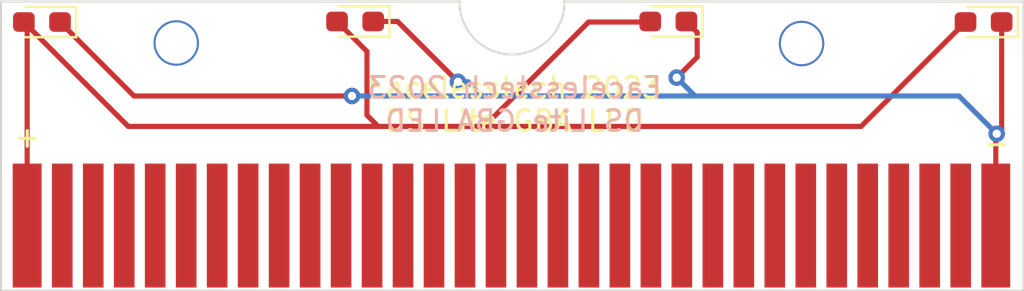
<source format=kicad_pcb>
(kicad_pcb (version 20221018) (generator pcbnew)
  (layers (0 "F.Cu" signal) (31 "B.Cu" signal) (34 "B.Paste" user) (35 "F.Paste" user) (36 "B.SilkS" user "B.Silkscreen") (37 "F.SilkS" user "F.Silkscreen") (38 "B.Mask" user) (39 "F.Mask" user) (44 "Edge.Cuts" user))
  (net 0 "")
  (net 1 "Net-(D1-K)")
  (net 2 "Net-(D1-A)")
  (footprint "LED_SMD:LED_0603_1608Metric_Pad1.05x0.95mm_HandSolder" (layer "F.Cu") (at 105.5878 81.6864 180)
    (fp_text reference "D1" hide)
    (fp_text value "LED" hide)
    (fp_line (start -1.66 -0.735) (end -1.66 0.735) (stroke (width 0.12)) (layer "F.SilkS"))
    (fp_line (start -1.66 0.735) (end 0.8 0.735) (stroke (width 0.12)) (layer "F.SilkS"))
    (fp_line (start 0.8 -0.735) (end -1.66 -0.735) (stroke (width 0.12)) (layer "F.SilkS"))
    (pad "1" smd roundrect (at -0.875 0 180) (size 1.05 0.95) (layers "F.Cu" "F.Paste" "F.Mask") (net 1 "Net-(D1-K)"))
    (pad "2" smd roundrect (at 0.875 0 180) (size 1.05 0.95) (layers "F.Cu" "F.Paste" "F.Mask") (net 2 "Net-(D1-A)"))
  )
  (footprint "LED_SMD:LED_0603_1608Metric_Pad1.05x0.95mm_HandSolder" (layer "F.Cu") (at 135.9154 81.661 180)
    (fp_text reference "D3" hide)
    (fp_text value "LED" hide)
    (fp_line (start -1.66 -0.735) (end -1.66 0.735) (stroke (width 0.12)) (layer "F.SilkS"))
    (fp_line (start -1.66 0.735) (end 0.8 0.735) (stroke (width 0.12)) (layer "F.SilkS"))
    (fp_line (start 0.8 -0.735) (end -1.66 -0.735) (stroke (width 0.12)) (layer "F.SilkS"))
    (pad "1" smd roundrect (at -0.875 0 180) (size 1.05 0.95) (layers "F.Cu" "F.Paste" "F.Mask") (net 1 "Net-(D1-K)"))
    (pad "2" smd roundrect (at 0.875 0 180) (size 1.05 0.95) (layers "F.Cu" "F.Paste" "F.Mask") (net 2 "Net-(D1-A)"))
  )
  (footprint "custom_connectors:2mm_test_point" (layer "F.Cu") (at 142.367 82.73796)
    (fp_text reference "TP2" hide)
    (fp_text value "TestPoint" hide)
    (pad "1" thru_hole circle (at 0 -0.01016) (size 2.2 2.2) (drill 2) (layers "*.Cu" "*.Mask"))
  )
  (footprint "LED_SMD:LED_0603_1608Metric_Pad1.05x0.95mm_HandSolder" (layer "F.Cu") (at 151.1808 81.6864 180)
    (fp_text reference "D2" hide)
    (fp_text value "LED" hide)
    (fp_line (start -1.66 -0.735) (end -1.66 0.735) (stroke (width 0.12)) (layer "F.SilkS"))
    (fp_line (start -1.66 0.735) (end 0.8 0.735) (stroke (width 0.12)) (layer "F.SilkS"))
    (fp_line (start 0.8 -0.735) (end -1.66 -0.735) (stroke (width 0.12)) (layer "F.SilkS"))
    (pad "1" smd roundrect (at -0.875 0 180) (size 1.05 0.95) (layers "F.Cu" "F.Paste" "F.Mask") (net 1 "Net-(D1-K)"))
    (pad "2" smd roundrect (at 0.875 0 180) (size 1.05 0.95) (layers "F.Cu" "F.Paste" "F.Mask") (net 2 "Net-(D1-A)"))
  )
  (footprint "custom_connectors:GBBus" (layer "F.Cu") (at 104.1714 88.5416)
    (fp_text reference "J1" hide)
    (fp_text value "Conn_01x32_Male" hide)
    (pad "1" smd rect (at 0.7 3 180) (size 1.4 6) (layers "F.Cu" "F.Paste" "F.Mask") (net 2 "Net-(D1-A)"))
    (pad "2" smd rect (at 2.4 3) (size 1 6) (layers "F.Cu" "F.Paste" "F.Mask"))
    (pad "3" smd rect (at 3.9 3 180) (size 1 6) (layers "F.Cu" "F.Paste" "F.Mask"))
    (pad "4" smd rect (at 5.4 3 180) (size 1 6) (layers "F.Cu" "F.Paste" "F.Mask"))
    (pad "5" smd rect (at 6.9 3) (size 1 6) (layers "F.Cu" "F.Paste" "F.Mask"))
    (pad "6" smd rect (at 8.4 3) (size 1 6) (layers "F.Cu" "F.Paste" "F.Mask"))
    (pad "7" smd rect (at 9.9 3) (size 1 6) (layers "F.Cu" "F.Paste" "F.Mask"))
    (pad "8" smd rect (at 11.4 3) (size 1 6) (layers "F.Cu" "F.Paste" "F.Mask"))
    (pad "9" smd rect (at 12.9 3) (size 1 6) (layers "F.Cu" "F.Paste" "F.Mask"))
    (pad "10" smd rect (at 14.4 3) (size 1 6) (layers "F.Cu" "F.Paste" "F.Mask"))
    (pad "11" smd rect (at 15.9 3) (size 1 6) (layers "F.Cu" "F.Paste" "F.Mask"))
    (pad "12" smd rect (at 17.4 3) (size 1 6) (layers "F.Cu" "F.Paste" "F.Mask"))
    (pad "13" smd rect (at 18.9 3) (size 1 6) (layers "F.Cu" "F.Paste" "F.Mask"))
    (pad "14" smd rect (at 20.4 3) (size 1 6) (layers "F.Cu" "F.Paste" "F.Mask"))
    (pad "15" smd rect (at 21.9 3) (size 1 6) (layers "F.Cu" "F.Paste" "F.Mask"))
    (pad "16" smd rect (at 23.4 3) (size 1 6) (layers "F.Cu" "F.Paste" "F.Mask"))
    (pad "17" smd rect (at 24.9 3) (size 1 6) (layers "F.Cu" "F.Paste" "F.Mask"))
    (pad "18" smd rect (at 26.4 3) (size 1 6) (layers "F.Cu" "F.Paste" "F.Mask"))
    (pad "19" smd rect (at 27.9 3) (size 1 6) (layers "F.Cu" "F.Paste" "F.Mask"))
    (pad "20" smd rect (at 29.4 3) (size 1 6) (layers "F.Cu" "F.Paste" "F.Mask"))
    (pad "21" smd rect (at 30.9 3) (size 1 6) (layers "F.Cu" "F.Paste" "F.Mask"))
    (pad "22" smd rect (at 32.4 3) (size 1 6) (layers "F.Cu" "F.Paste" "F.Mask"))
    (pad "23" smd rect (at 33.9 3) (size 1 6) (layers "F.Cu" "F.Paste" "F.Mask"))
    (pad "24" smd rect (at 35.4 3) (size 1 6) (layers "F.Cu" "F.Paste" "F.Mask"))
    (pad "25" smd rect (at 36.9 3) (size 1 6) (layers "F.Cu" "F.Paste" "F.Mask"))
    (pad "26" smd rect (at 38.4 3) (size 1 6) (layers "F.Cu" "F.Paste" "F.Mask"))
    (pad "27" smd rect (at 39.9 3) (size 1 6) (layers "F.Cu" "F.Paste" "F.Mask"))
    (pad "28" smd rect (at 41.4 3) (size 1 6) (layers "F.Cu" "F.Paste" "F.Mask"))
    (pad "29" smd rect (at 42.9 3) (size 1 6) (layers "F.Cu" "F.Paste" "F.Mask"))
    (pad "30" smd rect (at 44.4 3) (size 1 6) (layers "F.Cu" "F.Paste" "F.Mask"))
    (pad "31" smd rect (at 45.9 3) (size 1 6) (layers "F.Cu" "F.Paste" "F.Mask"))
    (pad "32" smd rect (at 47.6 3 180) (size 1.4 6) (layers "F.Cu" "F.Paste" "F.Mask") (net 1 "Net-(D1-K)"))
  )
  (footprint "custom_connectors:2mm_test_point" (layer "F.Cu") (at 112.0902 82.71256)
    (fp_text reference "TP1" hide)
    (fp_text value "TestPoint" hide)
    (pad "1" thru_hole circle (at 0 -0.01016) (size 2.2 2.2) (drill 2) (layers "*.Cu" "*.Mask"))
  )
  (footprint "LED_SMD:LED_0603_1608Metric_Pad1.05x0.95mm_HandSolder" (layer "F.Cu") (at 120.7516 81.661 180)
    (fp_text reference "D4" hide)
    (fp_text value "LED" hide)
    (fp_line (start -1.66 -0.735) (end -1.66 0.735) (stroke (width 0.12)) (layer "F.SilkS"))
    (fp_line (start -1.66 0.735) (end 0.8 0.735) (stroke (width 0.12)) (layer "F.SilkS"))
    (fp_line (start 0.8 -0.735) (end -1.66 -0.735) (stroke (width 0.12)) (layer "F.SilkS"))
    (pad "1" smd roundrect (at -0.875 0 180) (size 1.05 0.95) (layers "F.Cu" "F.Paste" "F.Mask") (net 1 "Net-(D1-K)"))
    (pad "2" smd roundrect (at 0.875 0 180) (size 1.05 0.95) (layers "F.Cu" "F.Paste" "F.Mask") (net 2 "Net-(D1-A)"))
  )
  (gr_line (start 103.6066 94.6912) (end 103.6066 80.6958) (stroke (width 0.1)) (layer "Edge.Cuts"))
  (gr_line (start 103.6066 80.6958) (end 125.857 80.6958) (stroke (width 0.1)) (layer "Edge.Cuts"))
  (gr_line (start 130.8608 80.6958) (end 153.1112 80.6958) (stroke (width 0.1)) (layer "Edge.Cuts"))
  (gr_line (start 103.6066 94.6912) (end 153.1112 94.6912) (stroke (width 0.1)) (layer "Edge.Cuts"))
  (gr_arc (start 130.8862 80.6704) (mid 128.371602 83.26158) (end 125.805694 80.7212) (stroke (width 0.1)) (layer "Edge.Cuts"))
  (gr_line (start 153.1112 94.6912) (end 153.1112 80.6958) (stroke (width 0.1)) (layer "Edge.Cuts"))
  (gr_text "Facelesstech 2023\nDS Lite GBA LED" (at 128.4732 85.6742) (layer "B.SilkS") (effects (font (size 1 1)) (justify mirror)))
  (gr_text "-" (at 151.8158 87.5538) (layer "F.SilkS") (effects (font (size 1 1))))
  (gr_text "Facelesstech 2023\nDS Lite GBA LED" (at 128.4732 85.6742) (layer "F.SilkS") (effects (font (size 1 1))))
  (gr_text "+" (at 104.8766 87.249) (layer "F.SilkS") (effects (font (size 1 1))))
  (segment (start 110.0442 85.2678) (end 120.5992 85.2678) (width 0.25) (layer "F.Cu") (net 1))
  (segment (start 106.4628 81.6864) (end 110.0442 85.2678) (width 0.25) (layer "F.Cu") (net 1))
  (segment (start 152.0558 81.6864) (end 152.0558 86.8566) (width 0.25) (layer "F.Cu") (net 1))
  (segment (start 137.3124 82.183) (end 137.3124 83.3882) (width 0.25) (layer "F.Cu") (net 1))
  (segment (start 151.7714 87.141) (end 151.7714 91.5416) (width 0.25) (layer "F.Cu") (net 1))
  (segment (start 121.6266 81.661) (end 122.809 81.661) (width 0.25) (layer "F.Cu") (net 1))
  (segment (start 152.0558 86.8566) (end 151.8158 87.0966) (width 0.25) (layer "F.Cu") (net 1))
  (segment (start 137.3124 83.3882) (end 136.3218 84.3788) (width 0.25) (layer "F.Cu") (net 1))
  (segment (start 136.7904 81.661) (end 137.3124 82.183) (width 0.25) (layer "F.Cu") (net 1))
  (segment (start 122.809 81.661) (end 125.73 84.582) (width 0.25) (layer "F.Cu") (net 1))
  (segment (start 151.8158 87.0966) (end 151.7714 87.141) (width 0.25) (layer "F.Cu") (net 1))
  (via (at 125.73 84.582) (size 0.8) (drill 0.4) (layers "F.Cu" "B.Cu") (net 1))
  (via (at 136.3218 84.3788) (size 0.8) (drill 0.4) (layers "F.Cu" "B.Cu") (net 1))
  (via (at 151.8158 87.0966) (size 0.8) (drill 0.4) (layers "F.Cu" "B.Cu") (net 1))
  (via (at 120.5992 85.2678) (size 0.8) (drill 0.4) (layers "F.Cu" "B.Cu") (net 1))
  (segment (start 126.8984 85.2678) (end 137.2362 85.2678) (width 0.25) (layer "B.Cu") (net 1))
  (segment (start 137.2108 85.2678) (end 137.2362 85.2678) (width 0.25) (layer "B.Cu") (net 1))
  (segment (start 126.2126 84.582) (end 126.8984 85.2678) (width 0.25) (layer "B.Cu") (net 1))
  (segment (start 137.2362 85.2678) (end 149.987 85.2678) (width 0.25) (layer "B.Cu") (net 1))
  (segment (start 125.73 84.582) (end 126.2126 84.582) (width 0.25) (layer "B.Cu") (net 1))
  (segment (start 149.987 85.2678) (end 151.8158 87.0966) (width 0.25) (layer "B.Cu") (net 1))
  (segment (start 136.3218 84.3788) (end 137.2108 85.2678) (width 0.25) (layer "B.Cu") (net 1))
  (segment (start 120.5992 85.2678) (end 126.8984 85.2678) (width 0.25) (layer "B.Cu") (net 1))
  (segment (start 121.3242 86.196) (end 121.8692 86.741) (width 0.25) (layer "F.Cu") (net 2))
  (segment (start 104.8714 81.845) (end 104.7128 81.6864) (width 0.25) (layer "F.Cu") (net 2))
  (segment (start 109.7674 86.741) (end 121.7676 86.741) (width 0.25) (layer "F.Cu") (net 2))
  (segment (start 119.8766 81.661) (end 121.3242 83.1086) (width 0.25) (layer "F.Cu") (net 2))
  (segment (start 132.0572 81.6864) (end 135.015 81.6864) (width 0.25) (layer "F.Cu") (net 2))
  (segment (start 121.7676 86.741) (end 121.8692 86.741) (width 0.25) (layer "F.Cu") (net 2))
  (segment (start 104.7128 81.6864) (end 109.7674 86.741) (width 0.25) (layer "F.Cu") (net 2))
  (segment (start 127.0026 86.741) (end 121.7676 86.741) (width 0.25) (layer "F.Cu") (net 2))
  (segment (start 104.8714 91.5416) (end 104.8714 81.845) (width 0.25) (layer "F.Cu") (net 2))
  (segment (start 145.2512 86.741) (end 127.0026 86.741) (width 0.25) (layer "F.Cu") (net 2))
  (segment (start 150.3058 81.6864) (end 145.2512 86.741) (width 0.25) (layer "F.Cu") (net 2))
  (segment (start 121.3242 83.1086) (end 121.3242 86.196) (width 0.25) (layer "F.Cu") (net 2))
  (segment (start 135.015 81.6864) (end 135.0404 81.661) (width 0.25) (layer "F.Cu") (net 2))
  (segment (start 132.0572 81.6864) (end 127.0026 86.741) (width 0.25) (layer "F.Cu") (net 2))
)
</source>
